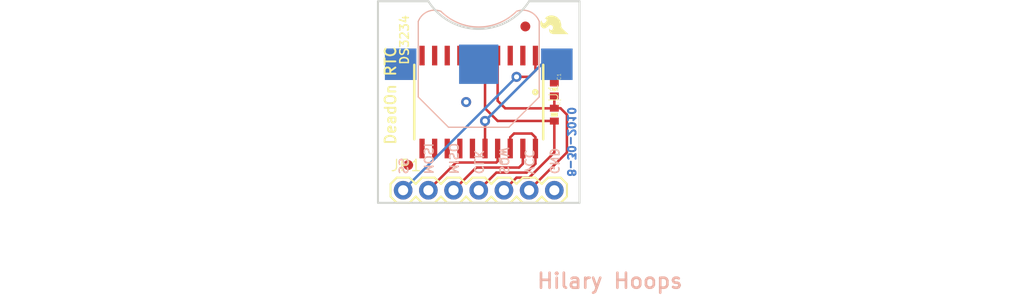
<source format=kicad_pcb>
(kicad_pcb (version 20211014) (generator pcbnew)
  (layers (0 "F.Cu" signal) (31 "B.Cu" signal) (34 "B.Paste" user) (35 "F.Paste" user) (36 "B.SilkS" user "B.Silkscreen") (37 "F.SilkS" user "F.Silkscreen") (38 "B.Mask" user) (39 "F.Mask" user) (44 "Edge.Cuts" user))
  (net 0 "")
  (net 1 "SS")
  (net 2 "SCLK")
  (net 3 "GND")
  (net 4 "MISO")
  (net 5 "MOSI")
  (net 6 "INT/SQW")
  (net 7 "VCC")
  (net 8 "VBATT")
  (footprint "boardEagle:1X07" (layer "F.Cu") (at 140.8811 113.8936)
    (fp_text reference "JP1" (at -1.3462 -1.8288) (layer "F.SilkS") (effects (font (size 1.143 1.143) (thickness 0.127)) (justify left bottom)))
    (fp_text value "")
    (fp_line (start 11.43 -0.635) (end 12.065 -1.27) (layer "F.SilkS") (width 0.2032))
    (fp_line (start 6.35 0.635) (end 6.985 1.27) (layer "F.SilkS") (width 0.2032))
    (fp_line (start 14.605 -1.27) (end 15.875 -1.27) (layer "F.SilkS") (width 0.2032))
    (fp_line (start 12.065 1.27) (end 11.43 0.635) (layer "F.SilkS") (width 0.2032))
    (fp_line (start 4.445 -1.27) (end 5.715 -1.27) (layer "F.SilkS") (width 0.2032))
    (fp_line (start 5.715 1.27) (end 4.445 1.27) (layer "F.SilkS") (width 0.2032))
    (fp_line (start 1.905 1.27) (end 1.27 0.635) (layer "F.SilkS") (width 0.2032))
    (fp_line (start 3.81 0.635) (end 3.175 1.27) (layer "F.SilkS") (width 0.2032))
    (fp_line (start 6.985 -1.27) (end 6.35 -0.635) (layer "F.SilkS") (width 0.2032))
    (fp_line (start 15.875 1.27) (end 14.605 1.27) (layer "F.SilkS") (width 0.2032))
    (fp_line (start 1.27 0.635) (end 0.635 1.27) (layer "F.SilkS") (width 0.2032))
    (fp_line (start 8.89 -0.635) (end 9.525 -1.27) (layer "F.SilkS") (width 0.2032))
    (fp_line (start 1.27 -0.635) (end 1.905 -1.27) (layer "F.SilkS") (width 0.2032))
    (fp_line (start 0.635 -1.27) (end 1.27 -0.635) (layer "F.SilkS") (width 0.2032))
    (fp_line (start 1.905 -1.27) (end 3.175 -1.27) (layer "F.SilkS") (width 0.2032))
    (fp_line (start 13.335 -1.27) (end 13.97 -0.635) (layer "F.SilkS") (width 0.2032))
    (fp_line (start 9.525 1.27) (end 8.89 0.635) (layer "F.SilkS") (width 0.2032))
    (fp_line (start 12.065 -1.27) (end 13.335 -1.27) (layer "F.SilkS") (width 0.2032))
    (fp_line (start 13.335 1.27) (end 12.065 1.27) (layer "F.SilkS") (width 0.2032))
    (fp_line (start 8.255 -1.27) (end 8.89 -0.635) (layer "F.SilkS") (width 0.2032))
    (fp_line (start 3.81 -0.635) (end 4.445 -1.27) (layer "F.SilkS") (width 0.2032))
    (fp_line (start 6.985 -1.27) (end 8.255 -1.27) (layer "F.SilkS") (width 0.2032))
    (fp_line (start 6.35 0.635) (end 5.715 1.27) (layer "F.SilkS") (width 0.2032))
    (fp_line (start 8.255 1.27) (end 6.985 1.27) (layer "F.SilkS") (width 0.2032))
    (fp_line (start -0.635 -1.27) (end 0.635 -1.27) (layer "F.SilkS") (width 0.2032))
    (fp_line (start 13.97 0.635) (end 14.605 1.27) (layer "F.SilkS") (width 0.2032))
    (fp_line (start 15.875 -1.27) (end 16.51 -0.635) (layer "F.SilkS") (width 0.2032))
    (fp_line (start 16.51 0.635) (end 15.875 1.27) (layer "F.SilkS") (width 0.2032))
    (fp_line (start 10.795 1.27) (end 9.525 1.27) (layer "F.SilkS") (width 0.2032))
    (fp_line (start 0.635 1.27) (end -0.635 1.27) (layer "F.SilkS") (width 0.2032))
    (fp_line (start 3.175 -1.27) (end 3.81 -0.635) (layer "F.SilkS") (width 0.2032))
    (fp_line (start 14.605 -1.27) (end 13.97 -0.635) (layer "F.SilkS") (width 0.2032))
    (fp_line (start -1.27 0.635) (end -0.635 1.27) (layer "F.SilkS") (width 0.2032))
    (fp_line (start 11.43 0.635) (end 10.795 1.27) (layer "F.SilkS") (width 0.2032))
    (fp_line (start -0.635 -1.27) (end -1.27 -0.635) (layer "F.SilkS") (width 0.2032))
    (fp_line (start -1.27 -0.635) (end -1.27 0.635) (layer "F.SilkS") (width 0.2032))
    (fp_line (start 4.445 1.27) (end 3.81 0.635) (layer "F.SilkS") (width 0.2032))
    (fp_line (start 5.715 -1.27) (end 6.35 -0.635) (layer "F.SilkS") (width 0.2032))
    (fp_line (start 10.795 -1.27) (end 11.43 -0.635) (layer "F.SilkS") (width 0.2032))
    (fp_line (start 13.97 0.635) (end 13.335 1.27) (layer "F.SilkS") (width 0.2032))
    (fp_line (start 3.175 1.27) (end 1.905 1.27) (layer "F.SilkS") (width 0.2032))
    (fp_line (start 16.51 -0.635) (end 16.51 0.635) (layer "F.SilkS") (width 0.2032))
    (fp_line (start 8.89 0.635) (end 8.255 1.27) (layer "F.SilkS") (width 0.2032))
    (fp_line (start 9.525 -1.27) (end 10.795 -1.27) (layer "F.SilkS") (width 0.2032))
    (pad "1" thru_hole circle (at 0 0 90) (size 1.8796 1.8796) (drill 1.016) (layers *.Cu *.Mask) (net 1 "SS"))
    (pad "2" thru_hole circle (at 2.54 0 90) (size 1.8796 1.8796) (drill 1.016) (layers *.Cu *.Mask) (net 5 "MOSI"))
    (pad "3" thru_hole circle (at 5.08 0 90) (size 1.8796 1.8796) (drill 1.016) (layers *.Cu *.Mask) (net 4 "MISO"))
    (pad "4" thru_hole circle (at 7.62 0 90) (size 1.8796 1.8796) (drill 1.016) (layers *.Cu *.Mask) (net 2 "SCLK"))
    (pad "5" thru_hole circle (at 10.16 0 90) (size 1.8796 1.8796) (drill 1.016) (layers *.Cu *.Mask) (net 6 "INT/SQW"))
    (pad "6" thru_hole circle (at 12.7 0 90) (size 1.8796 1.8796) (drill 1.016) (layers *.Cu *.Mask) (net 7 "VCC"))
    (pad "7" thru_hole circle (at 15.24 0 90) (size 1.8796 1.8796) (drill 1.016) (layers *.Cu *.Mask) (net 3 "GND"))
  )
  (footprint "boardEagle:0402-CAP" (layer "F.Cu") (at 156.1211 103.7336 -90)
    (fp_text reference "C1" (at -0.889 -0.6985 -90) (layer "F.SilkS") (effects (font (size 0.373888 0.373888) (thickness 0.032512)) (justify left bottom)))
    (fp_text value "22pF")
    (fp_line (start 0 -0.0305) (end 0 0.0305) (layer "F.SilkS") (width 0.4064))
    (pad "1" smd rect (at -0.65 0 270) (size 0.7 0.9) (layers "F.Cu" "F.Paste" "F.Mask") (net 3 "GND"))
    (pad "2" smd rect (at 0.65 0 270) (size 0.7 0.9) (layers "F.Cu" "F.Paste" "F.Mask") (net 7 "VCC"))
  )
  (footprint "boardEagle:FIDUCIAL-1X2" (layer "F.Cu") (at 153.2001 97.3836)
    (fp_text reference "JP4" hide)
    (fp_text value "FIDUCIAL1X2" hide)
    (pad "1" smd roundrect (at 0 0) (size 1 1) (layers "F.Cu" "F.Mask") (roundrect_rratio 0.5))
  )
  (footprint "boardEagle:FIDUCIAL-1X2" (layer "F.Cu") (at 141.3891 111.3536)
    (fp_text reference "JP3" hide)
    (fp_text value "FIDUCIAL1X2" hide)
    (pad "1" smd roundrect (at 0 0) (size 1 1) (layers "F.Cu" "F.Mask") (roundrect_rratio 0.5))
  )
  (footprint "boardEagle:CREATIVE_COMMONS" (layer "F.Cu") (at 120.5611 124.0536)
    (fp_text reference "U$1" hide)
    (fp_text value "CREATIVE_COMMONS" hide)
  )
  (footprint "boardEagle:SFE-LOGO-FLAME" (layer "F.Cu") (at 157.5181 98.1456 90)
    (fp_text reference "JP2" hide)
    (fp_text value "LOGO-SFESK" hide)
    (fp_poly (pts (xy 1.126002 -2.808203) (xy 1.215449 -2.785829) (xy 1.228477 -2.780783) (xy 1.240149 -2.774875) (xy 1.25686 -2.766576) (xy 1.275552 -2.759834) (xy 1.371694 -2.7026) (xy 1.3793 -2.7026) (xy 1.3793 -2.6772) (xy 1.306833 -2.6772) (xy 1.208418 -2.657914) (xy 1.074855 -2.495286) (xy 1.079365 -2.436825) (xy 1.12809 -2.341869) (xy 1.204666 -2.265196) (xy 1.294069 -2.200638) (xy 1.369348 -2.168824) (xy 1.450737 -2.171632) (xy 1.458864 -2.174186) (xy 1.466257 -2.177389) (xy 1.530514 -2.236956) (xy 1.5368 -2.259812) (xy 1.5368 -2.377938) (xy 1.763707 -2.148127) (xy 1.868186 -1.856841) (xy 1.871603 -1.856894) (xy 1.87806 -1.650435) (xy 1.848857 -1.45742) (xy 1.785308 -1.272842) (xy 1.6663 -1.061578) (xy 1.6663 -1.080581) (xy 1.378131 -0.80901) (xy 0.982239 -0.6985) (xy 0.753005 -0.6985) (xy 0.716201 -0.692046) (xy 0.681776 -0.679592) (xy 0.496322 -0.541784) (xy -0.0126 0.03091) (xy -0.0126 -1.52077) (xy 0.060004 -1.761967) (xy 0.168295 -1.865489) (xy 0.307122 -1.917522) (xy 0.4039 -1.925089) (xy 0.499384 -1.917623) (xy 0.55991 -1.908099) (xy 0.557788 -1.884433) (xy 0.522216 -1.885242) (xy 0.501784 -1.876141) (xy 0.420519 -1.817154) (xy 0.400722 -1.79067) (xy 0.390395 -1.7285) (xy 0.400905 -1.665229) (xy 0.421405 -1.625174) (xy 0.452343 -1.592685) (xy 0.546535 -1.54355) (xy 0.652229 -1.531742) (xy 0.742768 -1.550084) (xy 0.82422 -1.589656) (xy 0.92203 -1.754659) (xy 0.907706 -1.848844) (xy 0.850914 -1.930401) (xy 0.584707 -2.263237) (xy 0.561667 -2.510855) (xy 0.627495 -2.621556) (xy 0.629042 -2.623103) (xy 0.778901 -2.74712) (xy 1.032676 -2.817064)) (layer "F.SilkS") (width 0) (fill solid))
  )
  (footprint "boardEagle:DS3234" (layer "F.Cu") (at 148.5011 105.0036 180)
    (fp_text reference "U1" (at -6.985 1.905 270) (layer "F.SilkS") (effects (font (size 0.93472 0.93472) (thickness 0.08128)) (justify right top)))
    (fp_text value "DS3234" hide)
    (fp_line (start 6.5 -3.75) (end 6.5 3.75) (layer "F.SilkS") (width 0.254))
    (fp_line (start -6.5 -3.75) (end -6.5 3.75) (layer "F.SilkS") (width 0.254))
    (fp_circle (center -5.7 1) (end -5.5 1) (layer "F.SilkS") (width 0.254) (fill none))
    (pad "1" smd rect (at -5.715 4.685) (size 0.53 1.98) (layers "F.Cu" "F.Paste" "F.Mask") (net 1 "SS"))
    (pad "2" smd rect (at -4.445 4.685) (size 0.53 1.98) (layers "F.Cu" "F.Paste" "F.Mask") (net 3 "GND"))
    (pad "3" smd rect (at -3.175 4.685) (size 0.53 1.98) (layers "F.Cu" "F.Paste" "F.Mask"))
    (pad "4" smd rect (at -1.905 4.685) (size 0.53 1.98) (layers "F.Cu" "F.Paste" "F.Mask") (net 7 "VCC"))
    (pad "5" smd rect (at -0.635 4.685) (size 0.53 1.98) (layers "F.Cu" "F.Paste" "F.Mask") (net 6 "INT/SQW"))
    (pad "6" smd rect (at 0.635 4.685) (size 0.53 1.98) (layers "F.Cu" "F.Paste" "F.Mask"))
    (pad "7" smd rect (at 1.905 4.685) (size 0.53 1.98) (layers "F.Cu" "F.Paste" "F.Mask") (net 3 "GND"))
    (pad "8" smd rect (at 3.175 4.685) (size 0.53 1.98) (layers "F.Cu" "F.Paste" "F.Mask") (net 3 "GND"))
    (pad "9" smd rect (at 4.445 4.685) (size 0.53 1.98) (layers "F.Cu" "F.Paste" "F.Mask") (net 3 "GND"))
    (pad "10" smd rect (at 5.715 4.685) (size 0.53 1.98) (layers "F.Cu" "F.Paste" "F.Mask") (net 3 "GND"))
    (pad "11" smd rect (at 5.715 -4.685) (size 0.53 1.98) (layers "F.Cu" "F.Paste" "F.Mask") (net 3 "GND"))
    (pad "12" smd rect (at 4.445 -4.685) (size 0.53 1.98) (layers "F.Cu" "F.Paste" "F.Mask") (net 3 "GND"))
    (pad "13" smd rect (at 3.175 -4.685) (size 0.53 1.98) (layers "F.Cu" "F.Paste" "F.Mask") (net 3 "GND"))
    (pad "14" smd rect (at 1.905 -4.685) (size 0.53 1.98) (layers "F.Cu" "F.Paste" "F.Mask") (net 3 "GND"))
    (pad "15" smd rect (at 0.635 -4.685) (size 0.53 1.98) (layers "F.Cu" "F.Paste" "F.Mask") (net 3 "GND"))
    (pad "16" smd rect (at -0.635 -4.685) (size 0.53 1.98) (layers "F.Cu" "F.Paste" "F.Mask") (net 8 "VBATT"))
    (pad "17" smd rect (at -1.905 -4.685) (size 0.53 1.98) (layers "F.Cu" "F.Paste" "F.Mask") (net 5 "MOSI"))
    (pad "18" smd rect (at -3.175 -4.685) (size 0.53 1.98) (layers "F.Cu" "F.Paste" "F.Mask") (net 2 "SCLK"))
    (pad "19" smd rect (at -4.445 -4.685) (size 0.53 1.98) (layers "F.Cu" "F.Paste" "F.Mask") (net 4 "MISO"))
    (pad "20" smd rect (at -5.715 -4.685) (size 0.53 1.98) (layers "F.Cu" "F.Paste" "F.Mask") (net 2 "SCLK"))
  )
  (footprint "boardEagle:0402-RES" (layer "F.Cu") (at 156.1211 106.2736 -90)
    (fp_text reference "R1" (at -0.889 -0.6985 -90) (layer "F.SilkS") (effects (font (size 0.373888 0.373888) (thickness 0.032512)) (justify left bottom)))
    (fp_text value "10k")
    (fp_poly (pts (xy -0.2032 0.3556) (xy 0.2032 0.3556) (xy 0.2032 -0.3556) (xy -0.2032 -0.3556)) (layer "F.SilkS") (width 0) (fill solid))
    (pad "1" smd rect (at -0.65 0 270) (size 0.7 0.9) (layers "F.Cu" "F.Paste" "F.Mask") (net 7 "VCC"))
    (pad "2" smd rect (at 0.65 0 270) (size 0.7 0.9) (layers "F.Cu" "F.Paste" "F.Mask") (net 6 "INT/SQW"))
  )
  (footprint "boardEagle:BATTCON_12MM_CURVED" (layer "B.Cu") (at 148.5011 101.1936 180)
    (fp_text reference "BAT1" hide)
    (fp_text value "3V" hide)
    (fp_line (start 6.096 -3.302) (end 3.048 -6.35) (layer "B.SilkS") (width 0.127))
    (fp_line (start 3.048 -6.35) (end -3.048 -6.35) (layer "B.SilkS") (width 0.127))
    (fp_line (start -6.096 -3.302) (end -6.096 4.318) (layer "B.SilkS") (width 0.127))
    (fp_line (start -3.048 -6.35) (end -6.096 -3.302) (layer "B.SilkS") (width 0.127))
    (fp_line (start 6.096 4.318) (end 6.096 -3.302) (layer "B.SilkS") (width 0.127))
    (fp_arc (start -3.81 5.334) (mid 0 3.755846) (end 3.81 5.334) (layer "B.SilkS") (width 0.127))
    (fp_arc (start 6.096 4.318) (mid 5.16342 5.299446) (end 3.81 5.334) (layer "B.SilkS") (width 0.127))
    (fp_arc (start -3.81 5.334) (mid -5.16342 5.299446) (end -6.096 4.318) (layer "B.SilkS") (width 0.127))
    (pad "GND" smd rect (at 0 0 180) (size 3.9624 3.9624) (layers "B.Cu" "B.Paste" "B.Mask") (net 3 "GND"))
    (pad "PWR@1" smd rect (at -7.874 0 180) (size 3.175 3.175) (layers "B.Cu" "B.Paste" "B.Mask") (net 8 "VBATT"))
    (pad "PWR@2" smd rect (at 7.874 0 180) (size 3.175 3.175) (layers "B.Cu" "B.Paste" "B.Mask"))
  )
  (gr_arc (start 153.5811 94.8436) (mid 148.5011 97.630545) (end 143.4211 94.8436) (layer "Edge.Cuts") (width 0.2032))
  (gr_line (start 138.3411 115.1636) (end 158.6611 115.1636) (layer "Edge.Cuts") (width 0.2032))
  (gr_line (start 138.3411 94.8436) (end 138.3411 115.1636) (layer "Edge.Cuts") (width 0.2032))
  (gr_line (start 158.6611 94.8436) (end 153.5811 94.8436) (layer "Edge.Cuts") (width 0.2032))
  (gr_line (start 158.6611 115.1636) (end 158.6611 94.8436) (layer "Edge.Cuts") (width 0.2032))
  (gr_line (start 143.4211 94.8436) (end 138.3411 94.8436) (layer "Edge.Cuts") (width 0.2032))
  (gr_text "8-30-2010" (at 157.3911 112.6236 -90) (layer "B.Cu") (effects (font (size 0.762 0.762) (thickness 0.254)) (justify left bottom mirror)))
  (gr_text "MOSI" (at 142.9131 112.3696 -90) (layer "B.SilkS") (effects (font (size 0.8636 0.8636) (thickness 0.1524)) (justify left bottom mirror)))
  (gr_text "MISO" (at 145.4531 112.3696 -90) (layer "B.SilkS") (effects (font (size 0.8636 0.8636) (thickness 0.1524)) (justify left bottom mirror)))
  (gr_text "GND" (at 155.6131 112.3696 -90) (layer "B.SilkS") (effects (font (size 0.8636 0.8636) (thickness 0.1524)) (justify left bottom mirror)))
  (gr_text "SS" (at 140.3731 112.3696 -90) (layer "B.SilkS") (effects (font (size 0.8636 0.8636) (thickness 0.1524)) (justify left bottom mirror)))
  (gr_text "CLK" (at 147.9931 112.3696 -90) (layer "B.SilkS") (effects (font (size 0.8636 0.8636) (thickness 0.1524)) (justify left bottom mirror)))
  (gr_text "Hilary Hoops" (at 169.2021 122.1486) (layer "B.SilkS") (effects (font (size 1.5113 1.5113) (thickness 0.2667)) (justify right top)))
  (gr_text "SQW" (at 150.5331 112.3696 -90) (layer "B.SilkS") (effects (font (size 0.8636 0.8636) (thickness 0.1524)) (justify left bottom mirror)))
  (gr_text "VCC" (at 153.0731 112.3696 -90) (layer "B.SilkS") (effects (font (size 0.8636 0.8636) (thickness 0.1524)) (justify left bottom mirror)))
  (gr_text "DeadOn RTC" (at 138.9761 99.2886 90) (layer "F.SilkS") (effects (font (size 1.0795 1.0795) (thickness 0.1905)) (justify right top)))
  (gr_text "DS3234" (at 141.5161 101.3206 90) (layer "F.SilkS") (effects (font (size 0.8636 0.8636) (thickness 0.1524)) (justify left bottom)))
  (segment (start 152.3111 102.4636) (end 153.5811 102.4636) (width 0.254) (layer "F.Cu") (net 1))
  (segment (start 154.2161 101.8286) (end 154.2161 100.3186) (width 0.254) (layer "F.Cu") (net 1))
  (segment (start 153.5811 102.4636) (end 154.2161 101.8286) (width 0.254) (layer "F.Cu") (net 1))
  (via (at 152.3111 102.4636) (size 1.016) (drill 0.508) (layers "F.Cu" "B.Cu") (net 1))
  (segment (start 140.8811 113.8936) (end 152.3111 102.4636) (width 0.254) (layer "B.Cu") (net 1))
  (segment (start 154.2161 109.6886) (end 154.2161 108.5596) (width 0.254) (layer "F.Cu") (net 2))
  (segment (start 154.2161 111.2266) (end 154.2161 109.6886) (width 0.254) (layer "F.Cu") (net 2))
  (segment (start 150.2791 112.1156) (end 153.3271 112.1156) (width 0.254) (layer "F.Cu") (net 2))
  (segment (start 148.5011 113.8936) (end 150.2791 112.1156) (width 0.254) (layer "F.Cu") (net 2))
  (segment (start 151.6761 108.5596) (end 151.6761 109.6886) (width 0.254) (layer "F.Cu") (net 2))
  (segment (start 153.8351 108.1786) (end 152.0571 108.1786) (width 0.254) (layer "F.Cu") (net 2))
  (segment (start 154.2161 108.5596) (end 153.8351 108.1786) (width 0.254) (layer "F.Cu") (net 2))
  (segment (start 153.3271 112.1156) (end 154.2161 111.2266) (width 0.254) (layer "F.Cu") (net 2))
  (segment (start 152.0571 108.1786) (end 151.6761 108.5596) (width 0.254) (layer "F.Cu") (net 2))
  (via (at 147.2311 105.0036) (size 1.016) (drill 0.508) (layers "F.Cu" "B.Cu") (net 3))
  (segment (start 152.9461 111.2266) (end 152.9461 109.6886) (width 0.254) (layer "F.Cu") (net 4))
  (segment (start 152.5651 111.6076) (end 152.9461 111.2266) (width 0.254) (layer "F.Cu") (net 4))
  (segment (start 148.2471 111.6076) (end 152.5651 111.6076) (width 0.254) (layer "F.Cu") (net 4))
  (segment (start 145.9611 113.8936) (end 148.2471 111.6076) (width 0.254) (layer "F.Cu") (net 4))
  (segment (start 146.2151 111.0996) (end 150.2791 111.0996) (width 0.254) (layer "F.Cu") (net 5))
  (segment (start 150.4061 110.9726) (end 150.4061 109.6886) (width 0.254) (layer "F.Cu") (net 5))
  (segment (start 143.4211 113.8936) (end 146.2151 111.0996) (width 0.254) (layer "F.Cu") (net 5))
  (segment (start 150.2791 111.0996) (end 150.4061 110.9726) (width 0.254) (layer "F.Cu") (net 5))
  (segment (start 150.4061 106.9086) (end 149.1361 105.6386) (width 0.254) (layer "F.Cu") (net 6))
  (segment (start 153.5811 112.6236) (end 156.1211 110.0836) (width 0.254) (layer "F.Cu") (net 6))
  (segment (start 156.1211 106.9236) (end 156.1061 106.9086) (width 0.254) (layer "F.Cu") (net 6))
  (segment (start 149.1361 105.6386) (end 149.1361 100.3186) (width 0.254) (layer "F.Cu") (net 6))
  (segment (start 156.1211 110.0836) (end 156.1211 106.9236) (width 0.254) (layer "F.Cu") (net 6))
  (segment (start 152.3111 112.6236) (end 153.5811 112.6236) (width 0.254) (layer "F.Cu") (net 6))
  (segment (start 151.0411 113.8936) (end 152.3111 112.6236) (width 0.254) (layer "F.Cu") (net 6))
  (segment (start 156.1061 106.9086) (end 150.4061 106.9086) (width 0.254) (layer "F.Cu") (net 6))
  (segment (start 153.5811 113.8936) (end 157.3911 110.0836) (width 0.254) (layer "F.Cu") (net 7))
  (segment (start 157.3911 110.0836) (end 157.3911 106.2736) (width 0.254) (layer "F.Cu") (net 7))
  (segment (start 156.1211 105.6236) (end 156.1211 104.3836) (width 0.254) (layer "F.Cu") (net 7))
  (segment (start 156.1211 105.6236) (end 156.1061 105.6386) (width 0.254) (layer "F.Cu") (net 7))
  (segment (start 156.1061 105.6386) (end 151.1681 105.6386) (width 0.254) (layer "F.Cu") (net 7))
  (segment (start 157.3911 106.2736) (end 156.7411 105.6236) (width 0.254) (layer "F.Cu") (net 7))
  (segment (start 151.1681 105.6386) (end 150.4061 104.8766) (width 0.254) (layer "F.Cu") (net 7))
  (segment (start 150.4061 104.8766) (end 150.4061 100.3186) (width 0.254) (layer "F.Cu") (net 7))
  (segment (start 156.7411 105.6236) (end 156.1211 105.6236) (width 0.254) (layer "F.Cu") (net 7))
  (segment (start 149.1361 109.6886) (end 149.1361 106.9086) (width 0.254) (layer "F.Cu") (net 8))
  (via (at 149.1361 106.9086) (size 1.016) (drill 0.508) (layers "F.Cu" "B.Cu") (net 8))
  (segment (start 149.1361 106.9086) (end 154.8511 101.1936) (width 0.254) (layer "B.Cu") (net 8))
  (segment (start 156.3751 101.1936) (end 154.8511 101.1936) (width 0.254) (layer "B.Cu") (net 8))
)
</source>
